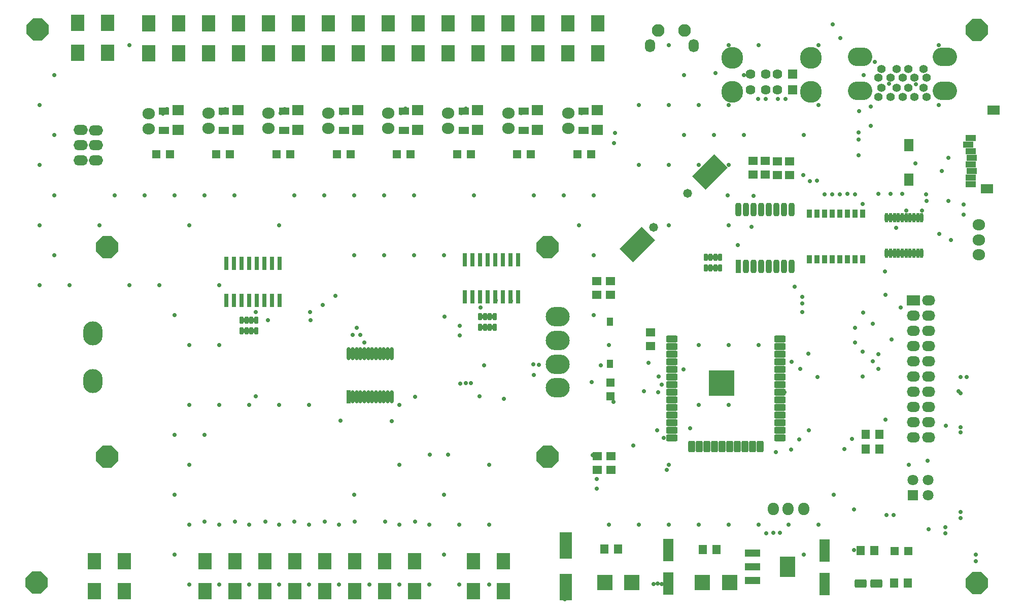
<source format=gts>
G04 Layer_Color=8388736*
%FSTAX24Y24*%
%MOIN*%
G70*
G01*
G75*
%ADD96R,0.0945X0.0315*%
%ADD97R,0.0671X0.0395*%
%ADD98R,0.0828X0.0631*%
%ADD99R,0.0631X0.0789*%
%ADD100R,0.0316X0.0867*%
%ADD101R,0.0630X0.0580*%
%ADD102R,0.0580X0.0580*%
%ADD103R,0.0580X0.0580*%
%ADD104R,0.0710X0.1458*%
%ADD105R,0.0580X0.0630*%
%ADD106R,0.0986X0.0986*%
G04:AMPARAMS|DCode=107|XSize=45.4mil|YSize=27.7mil|CornerRadius=6.5mil|HoleSize=0mil|Usage=FLASHONLY|Rotation=90.000|XOffset=0mil|YOffset=0mil|HoleType=Round|Shape=RoundedRectangle|*
%AMROUNDEDRECTD107*
21,1,0.0454,0.0148,0,0,90.0*
21,1,0.0325,0.0277,0,0,90.0*
1,1,0.0129,0.0074,0.0162*
1,1,0.0129,0.0074,-0.0162*
1,1,0.0129,-0.0074,-0.0162*
1,1,0.0129,-0.0074,0.0162*
%
%ADD107ROUNDEDRECTD107*%
%ADD108R,0.0680X0.0474*%
%ADD109R,0.0680X0.0474*%
%ADD110R,0.0730X0.0680*%
G04:AMPARAMS|DCode=111|XSize=126.1mil|YSize=204.9mil|CornerRadius=0mil|HoleSize=0mil|Usage=FLASHONLY|Rotation=315.000|XOffset=0mil|YOffset=0mil|HoleType=Round|Shape=Rectangle|*
%AMROTATEDRECTD111*
4,1,4,-0.1170,-0.0278,0.0278,0.1170,0.1170,0.0278,-0.0278,-0.1170,-0.1170,-0.0278,0.0*
%
%ADD111ROTATEDRECTD111*%

%ADD112R,0.0828X0.1734*%
G04:AMPARAMS|DCode=113|XSize=78.9mil|YSize=55.2mil|CornerRadius=9.9mil|HoleSize=0mil|Usage=FLASHONLY|Rotation=0.000|XOffset=0mil|YOffset=0mil|HoleType=Round|Shape=RoundedRectangle|*
%AMROUNDEDRECTD113*
21,1,0.0789,0.0354,0,0,0.0*
21,1,0.0591,0.0552,0,0,0.0*
1,1,0.0198,0.0295,-0.0177*
1,1,0.0198,-0.0295,-0.0177*
1,1,0.0198,-0.0295,0.0177*
1,1,0.0198,0.0295,0.0177*
%
%ADD113ROUNDEDRECTD113*%
%ADD114R,0.1660X0.1660*%
G04:AMPARAMS|DCode=115|XSize=75mil|YSize=44mil|CornerRadius=8mil|HoleSize=0mil|Usage=FLASHONLY|Rotation=0.000|XOffset=0mil|YOffset=0mil|HoleType=Round|Shape=RoundedRectangle|*
%AMROUNDEDRECTD115*
21,1,0.0750,0.0281,0,0,0.0*
21,1,0.0591,0.0440,0,0,0.0*
1,1,0.0159,0.0295,-0.0140*
1,1,0.0159,-0.0295,-0.0140*
1,1,0.0159,-0.0295,0.0140*
1,1,0.0159,0.0295,0.0140*
%
%ADD115ROUNDEDRECTD115*%
G04:AMPARAMS|DCode=116|XSize=75mil|YSize=44mil|CornerRadius=8mil|HoleSize=0mil|Usage=FLASHONLY|Rotation=90.000|XOffset=0mil|YOffset=0mil|HoleType=Round|Shape=RoundedRectangle|*
%AMROUNDEDRECTD116*
21,1,0.0750,0.0281,0,0,90.0*
21,1,0.0591,0.0440,0,0,90.0*
1,1,0.0159,0.0140,0.0295*
1,1,0.0159,0.0140,-0.0295*
1,1,0.0159,-0.0140,-0.0295*
1,1,0.0159,-0.0140,0.0295*
%
%ADD116ROUNDEDRECTD116*%
%ADD117R,0.1025X0.0474*%
%ADD118R,0.1025X0.1379*%
%ADD119R,0.0395X0.0552*%
G04:AMPARAMS|DCode=120|XSize=38mil|YSize=88mil|CornerRadius=11.5mil|HoleSize=0mil|Usage=FLASHONLY|Rotation=180.000|XOffset=0mil|YOffset=0mil|HoleType=Round|Shape=RoundedRectangle|*
%AMROUNDEDRECTD120*
21,1,0.0380,0.0650,0,0,180.0*
21,1,0.0150,0.0880,0,0,180.0*
1,1,0.0230,-0.0075,0.0325*
1,1,0.0230,0.0075,0.0325*
1,1,0.0230,0.0075,-0.0325*
1,1,0.0230,-0.0075,-0.0325*
%
%ADD120ROUNDEDRECTD120*%
%ADD121R,0.0380X0.0880*%
%ADD122R,0.0379X0.0580*%
%ADD123O,0.0257X0.0631*%
%ADD124O,0.0260X0.0850*%
%ADD125R,0.0260X0.0850*%
%ADD126P,0.1578X8X22.5*%
%ADD127O,0.0830X0.0730*%
%ADD128O,0.0730X0.0830*%
%ADD129C,0.0710*%
%ADD130R,0.0710X0.0710*%
%ADD131O,0.1280X0.1580*%
%ADD132O,0.1580X0.1280*%
%ADD133P,0.1578X8X22.5*%
%ADD134R,0.0867X0.1064*%
%ADD135O,0.0867X0.0671*%
%ADD136R,0.0867X0.0671*%
%ADD137O,0.0940X0.0680*%
%ADD138C,0.0830*%
%ADD139O,0.0671X0.0867*%
%ADD140C,0.0552*%
%ADD141O,0.1596X0.1222*%
%ADD142C,0.1438*%
%ADD143R,0.0639X0.0639*%
%ADD144C,0.0639*%
%ADD145C,0.0277*%
%ADD146C,0.0580*%
D96*
X20667Y166286D02*
D03*
Y166994D02*
D03*
X22233Y166506D02*
D03*
X22233Y167214D02*
D03*
X23715Y171124D02*
D03*
X23715Y170416D02*
D03*
D97*
X25407Y178944D02*
D03*
X253912Y178511D02*
D03*
X25407Y178078D02*
D03*
X254148Y177645D02*
D03*
X25407Y177212D02*
D03*
X254148Y176779D02*
D03*
X25407Y176345D02*
D03*
Y175912D02*
D03*
D98*
X255585Y180779D02*
D03*
X255133Y175601D02*
D03*
D99*
X250015Y178471D02*
D03*
Y176231D02*
D03*
D100*
X20517Y16829D02*
D03*
X20567D02*
D03*
X20617D02*
D03*
X20667D02*
D03*
X20717D02*
D03*
X20767D02*
D03*
X20817D02*
D03*
X20867D02*
D03*
X20517Y17073D02*
D03*
X20567D02*
D03*
X20617D02*
D03*
X20667D02*
D03*
X20717D02*
D03*
X20767D02*
D03*
X20817D02*
D03*
X20867D02*
D03*
X22086Y16851D02*
D03*
X22136D02*
D03*
X22186D02*
D03*
X22236D02*
D03*
X22286D02*
D03*
X22336D02*
D03*
X22386D02*
D03*
X22436D02*
D03*
X22086Y17095D02*
D03*
X22136D02*
D03*
X22186D02*
D03*
X22236D02*
D03*
X22286D02*
D03*
X22336D02*
D03*
X22386D02*
D03*
X22436D02*
D03*
D101*
X23044Y15805D02*
D03*
Y15715D02*
D03*
X23042Y16954D02*
D03*
Y16864D02*
D03*
X24138Y17653D02*
D03*
Y17743D02*
D03*
X24058Y17744D02*
D03*
Y17654D02*
D03*
X24217Y17653D02*
D03*
Y17743D02*
D03*
X23979Y17744D02*
D03*
Y17654D02*
D03*
X2295Y16956D02*
D03*
Y16866D02*
D03*
X23304Y16527D02*
D03*
Y16617D02*
D03*
X22955Y15715D02*
D03*
Y15805D02*
D03*
D102*
X2304Y16198D02*
D03*
Y16288D02*
D03*
D103*
X24907Y15183D02*
D03*
X24997Y15183D02*
D03*
X225189Y17789D02*
D03*
X224289D02*
D03*
X221237D02*
D03*
X220337D02*
D03*
X217286D02*
D03*
X216386D02*
D03*
X213334D02*
D03*
X212434D02*
D03*
X209383D02*
D03*
X208483D02*
D03*
X205431D02*
D03*
X204531D02*
D03*
X20148D02*
D03*
X20058D02*
D03*
X22914D02*
D03*
X22824D02*
D03*
D104*
X23421Y151882D02*
D03*
Y149678D02*
D03*
X24449Y151842D02*
D03*
Y149638D02*
D03*
D105*
X23737Y15191D02*
D03*
X23647D02*
D03*
X23003Y15194D02*
D03*
X23093D02*
D03*
X24685Y15184D02*
D03*
X24775Y15184D02*
D03*
X24807Y1585D02*
D03*
X24717D02*
D03*
X24807Y15948D02*
D03*
X24717D02*
D03*
X24906Y14971D02*
D03*
X24996D02*
D03*
D106*
X236464Y14974D02*
D03*
X238236D02*
D03*
X230044Y14974D02*
D03*
X231816D02*
D03*
D107*
X206198Y166286D02*
D03*
X206513D02*
D03*
X206827D02*
D03*
X207142D02*
D03*
Y166994D02*
D03*
X206827D02*
D03*
X206513D02*
D03*
X206198D02*
D03*
X221858Y166506D02*
D03*
X222173D02*
D03*
X222487D02*
D03*
X222802D02*
D03*
Y167214D02*
D03*
X222487D02*
D03*
X222173D02*
D03*
X221858D02*
D03*
X237622Y171124D02*
D03*
X237307Y171124D02*
D03*
X236993D02*
D03*
X236678D02*
D03*
Y170416D02*
D03*
X236993D02*
D03*
X237307D02*
D03*
X237622D02*
D03*
D108*
X224721Y18072D02*
D03*
X220783D02*
D03*
X216844D02*
D03*
X212906D02*
D03*
X208967D02*
D03*
X205029D02*
D03*
X20109D02*
D03*
X22866D02*
D03*
D109*
X224721Y17946D02*
D03*
X220783D02*
D03*
X216844D02*
D03*
X212906D02*
D03*
X208967D02*
D03*
X205029D02*
D03*
X20109D02*
D03*
X22866D02*
D03*
D110*
X225609Y17947D02*
D03*
Y18077D02*
D03*
X221677Y17947D02*
D03*
Y18077D02*
D03*
X217746Y17947D02*
D03*
Y18077D02*
D03*
X213814Y17947D02*
D03*
Y18077D02*
D03*
X209883Y17947D02*
D03*
Y18077D02*
D03*
X205951Y17947D02*
D03*
Y18077D02*
D03*
X20202Y17947D02*
D03*
Y18077D02*
D03*
X22954Y17947D02*
D03*
Y18077D02*
D03*
D111*
X236958Y176722D02*
D03*
X23217Y171934D02*
D03*
D112*
X22747Y149432D02*
D03*
X22747Y152188D02*
D03*
D113*
X247882Y14969D02*
D03*
X246858D02*
D03*
D114*
X237724Y16285D02*
D03*
D115*
X234457Y16576D02*
D03*
X234457Y16526D02*
D03*
Y16476D02*
D03*
Y16426D02*
D03*
Y16376D02*
D03*
X234457Y16326D02*
D03*
X234457Y16276D02*
D03*
Y16226D02*
D03*
X234457Y16176D02*
D03*
X234457Y16126D02*
D03*
Y16076D02*
D03*
Y16026D02*
D03*
Y15976D02*
D03*
X234457Y15926D02*
D03*
X24155D02*
D03*
Y15976D02*
D03*
Y16026D02*
D03*
Y16076D02*
D03*
X24155Y16126D02*
D03*
X24155Y16176D02*
D03*
Y16226D02*
D03*
Y16276D02*
D03*
Y16326D02*
D03*
X24155Y16376D02*
D03*
X24155Y16426D02*
D03*
Y16476D02*
D03*
Y16526D02*
D03*
Y16576D02*
D03*
D116*
X23575Y158669D02*
D03*
X23625D02*
D03*
X23675D02*
D03*
X23725D02*
D03*
X23775D02*
D03*
X23825D02*
D03*
X23875D02*
D03*
X23925D02*
D03*
X23975D02*
D03*
X24025D02*
D03*
D117*
X239758Y151696D02*
D03*
X239758Y15079D02*
D03*
Y149884D02*
D03*
D118*
X242042Y15079D02*
D03*
D119*
X23039Y164112D02*
D03*
Y166868D02*
D03*
D120*
X24232Y17425D02*
D03*
X24182D02*
D03*
X24132D02*
D03*
X24082D02*
D03*
X24032Y17425D02*
D03*
X23982Y17425D02*
D03*
X23932D02*
D03*
X23882D02*
D03*
X24232Y17053D02*
D03*
X24182D02*
D03*
X24132D02*
D03*
X24082D02*
D03*
X24032Y17053D02*
D03*
X23982Y17053D02*
D03*
X23932D02*
D03*
D121*
X23882D02*
D03*
D122*
X24499Y17398D02*
D03*
X24549D02*
D03*
X24599D02*
D03*
X24649D02*
D03*
X24699D02*
D03*
X24449D02*
D03*
X24349D02*
D03*
X24399D02*
D03*
X24499Y17098D02*
D03*
X24449D02*
D03*
X24349D02*
D03*
X24399D02*
D03*
X24549D02*
D03*
X24599D02*
D03*
X24649D02*
D03*
X24699D02*
D03*
D123*
X248558Y171389D02*
D03*
X248814D02*
D03*
X24907D02*
D03*
X249326D02*
D03*
X249582D02*
D03*
X249838D02*
D03*
X250094D02*
D03*
X25035D02*
D03*
X250606D02*
D03*
X250862D02*
D03*
X248558Y173711D02*
D03*
X248814D02*
D03*
X24907D02*
D03*
X249326D02*
D03*
X249582D02*
D03*
X249838D02*
D03*
X250094D02*
D03*
X25035D02*
D03*
X250606D02*
D03*
X250862D02*
D03*
D124*
X216037Y164797D02*
D03*
X215782Y164797D02*
D03*
X215526Y164797D02*
D03*
X21527Y164797D02*
D03*
X215014Y164797D02*
D03*
X214758D02*
D03*
X214502D02*
D03*
X214246D02*
D03*
X21399D02*
D03*
X213734D02*
D03*
X213478D02*
D03*
X213223D02*
D03*
X216037Y161963D02*
D03*
X215782D02*
D03*
X215526D02*
D03*
X21527D02*
D03*
X215014D02*
D03*
X214758D02*
D03*
X214502D02*
D03*
X214246D02*
D03*
X21399D02*
D03*
X213734D02*
D03*
X213478D02*
D03*
D125*
X213223D02*
D03*
D126*
X192797Y186075D02*
D03*
X192707Y149735D02*
D03*
X254482Y149705D02*
D03*
Y186055D02*
D03*
D127*
X25463Y17326D02*
D03*
Y17225D02*
D03*
Y17127D02*
D03*
X20007Y18056D02*
D03*
Y17955D02*
D03*
X204009Y18058D02*
D03*
Y17957D02*
D03*
X207947Y18058D02*
D03*
Y17957D02*
D03*
X211886Y18058D02*
D03*
Y17957D02*
D03*
X215824Y18058D02*
D03*
Y17957D02*
D03*
X219763Y18058D02*
D03*
Y17957D02*
D03*
X223701Y18058D02*
D03*
Y17957D02*
D03*
X22764Y18058D02*
D03*
Y17957D02*
D03*
D128*
X2431Y15458D02*
D03*
X24209D02*
D03*
X24111D02*
D03*
D129*
X25129Y15648D02*
D03*
Y15548D02*
D03*
X25029Y15648D02*
D03*
D130*
Y15548D02*
D03*
D131*
X196427Y166116D02*
D03*
Y162967D02*
D03*
D132*
X226939Y165652D02*
D03*
Y164093D02*
D03*
Y162534D02*
D03*
Y167219D02*
D03*
D133*
X197333Y171786D02*
D03*
X197333Y158006D02*
D03*
X22627D02*
D03*
Y171786D02*
D03*
D134*
X221406Y149178D02*
D03*
Y151147D02*
D03*
X223375D02*
D03*
Y149178D02*
D03*
X197384Y186512D02*
D03*
X197384Y184543D02*
D03*
X195415D02*
D03*
X195415Y186512D02*
D03*
X196526Y149178D02*
D03*
X196526Y151147D02*
D03*
X198495D02*
D03*
X198495Y149178D02*
D03*
X209909Y184523D02*
D03*
X209909Y186492D02*
D03*
X211877D02*
D03*
X211877Y184523D02*
D03*
X213846D02*
D03*
X213846Y186492D02*
D03*
X20794D02*
D03*
Y184523D02*
D03*
X225657Y184523D02*
D03*
X225657Y186492D02*
D03*
X227625D02*
D03*
X227625Y184523D02*
D03*
X229594D02*
D03*
X229594Y186492D02*
D03*
X223688D02*
D03*
X223688Y184523D02*
D03*
X215814D02*
D03*
X215814Y186492D02*
D03*
X22172D02*
D03*
Y184523D02*
D03*
X219751Y184523D02*
D03*
Y186492D02*
D03*
X217783Y186492D02*
D03*
Y184523D02*
D03*
X200066Y184523D02*
D03*
X200066Y186492D02*
D03*
X205972Y186492D02*
D03*
Y184523D02*
D03*
X204003Y184523D02*
D03*
Y186492D02*
D03*
X202035D02*
D03*
X202035Y184523D02*
D03*
X215587Y151147D02*
D03*
Y149178D02*
D03*
X213619Y149178D02*
D03*
Y151147D02*
D03*
X21165Y151147D02*
D03*
Y149178D02*
D03*
X217556D02*
D03*
X217556Y151147D02*
D03*
X209682D02*
D03*
X209682Y149178D02*
D03*
X203776D02*
D03*
X203776Y151147D02*
D03*
X205745D02*
D03*
X205745Y149178D02*
D03*
X207713D02*
D03*
X207713Y151147D02*
D03*
D135*
X2503Y15928D02*
D03*
Y16028D02*
D03*
Y16128D02*
D03*
Y16228D02*
D03*
Y16328D02*
D03*
Y16428D02*
D03*
Y16528D02*
D03*
Y16628D02*
D03*
Y16728D02*
D03*
X2513Y16828D02*
D03*
Y16728D02*
D03*
Y16628D02*
D03*
Y16528D02*
D03*
Y16428D02*
D03*
Y16328D02*
D03*
Y16228D02*
D03*
Y16128D02*
D03*
Y16028D02*
D03*
Y15928D02*
D03*
D136*
X2503Y16828D02*
D03*
D137*
X19662Y17747D02*
D03*
X19662Y17847D02*
D03*
X19662Y17946D02*
D03*
X19562Y17747D02*
D03*
Y17947D02*
D03*
X19562Y17847D02*
D03*
D138*
X23355Y18603D02*
D03*
X23528D02*
D03*
D139*
X233Y185D02*
D03*
X23587D02*
D03*
D140*
X250387Y181642D02*
D03*
X2496Y181642D02*
D03*
X248813Y181642D02*
D03*
X251175D02*
D03*
X248025D02*
D03*
X249206Y182233D02*
D03*
X249994D02*
D03*
X248222D02*
D03*
X250978D02*
D03*
X250387Y182902D02*
D03*
X2496D02*
D03*
X248813D02*
D03*
X251175D02*
D03*
X248025D02*
D03*
X249206Y183493D02*
D03*
X249994D02*
D03*
X248222D02*
D03*
X250978D02*
D03*
D141*
X252374Y18428D02*
D03*
X246826D02*
D03*
Y182044D02*
D03*
X252374D02*
D03*
D142*
X243587Y184209D02*
D03*
X238413D02*
D03*
Y181973D02*
D03*
X243587D02*
D03*
D143*
X242378Y183142D02*
D03*
X242378Y182111D02*
D03*
D144*
X239622Y183142D02*
D03*
X241394D02*
D03*
X240606D02*
D03*
X241394Y182111D02*
D03*
X240606D02*
D03*
X239622D02*
D03*
D145*
X251969Y185039D02*
D03*
Y181102D02*
D03*
X25Y15748D02*
D03*
X247047Y183071D02*
D03*
X244095Y185039D02*
D03*
Y181102D02*
D03*
X245079Y155512D02*
D03*
X244095Y153543D02*
D03*
X24311Y179134D02*
D03*
X242126Y153543D02*
D03*
X24311Y151575D02*
D03*
X240157Y185039D02*
D03*
Y165354D02*
D03*
Y153543D02*
D03*
X238189Y185039D02*
D03*
X239173Y183071D02*
D03*
X238189Y181102D02*
D03*
X239173Y179134D02*
D03*
X238189Y177165D02*
D03*
Y173228D02*
D03*
Y165354D02*
D03*
Y161417D02*
D03*
Y153543D02*
D03*
X23622Y181102D02*
D03*
X237205Y179134D02*
D03*
X23622Y177165D02*
D03*
Y165354D02*
D03*
Y161417D02*
D03*
Y153543D02*
D03*
X234252Y185039D02*
D03*
X235236Y183071D02*
D03*
X234252Y181102D02*
D03*
X235236Y179134D02*
D03*
X234252Y177165D02*
D03*
Y173228D02*
D03*
Y15748D02*
D03*
Y153543D02*
D03*
X232283Y181102D02*
D03*
Y177165D02*
D03*
Y153543D02*
D03*
X230315Y165354D02*
D03*
Y153543D02*
D03*
X229331Y175197D02*
D03*
X228346Y173228D02*
D03*
X229331Y17126D02*
D03*
Y167323D02*
D03*
X227362Y175197D02*
D03*
X225394D02*
D03*
Y163386D02*
D03*
X222441Y15748D02*
D03*
Y153543D02*
D03*
Y149606D02*
D03*
X221457Y175197D02*
D03*
X220472Y153543D02*
D03*
Y149606D02*
D03*
X219488Y17126D02*
D03*
Y155512D02*
D03*
X218504Y153543D02*
D03*
X219488Y151575D02*
D03*
X218504Y149606D02*
D03*
X21752Y175197D02*
D03*
Y17126D02*
D03*
X216535Y161417D02*
D03*
Y15748D02*
D03*
Y153543D02*
D03*
Y149606D02*
D03*
X215551Y175197D02*
D03*
Y17126D02*
D03*
X214567Y149606D02*
D03*
X213583Y175197D02*
D03*
Y17126D02*
D03*
Y155512D02*
D03*
X212598Y153543D02*
D03*
Y149606D02*
D03*
X211614Y175197D02*
D03*
X21063Y161417D02*
D03*
Y153543D02*
D03*
Y149606D02*
D03*
X209646Y175197D02*
D03*
X208661Y173228D02*
D03*
Y161417D02*
D03*
Y153543D02*
D03*
Y149606D02*
D03*
X206693Y161417D02*
D03*
Y153543D02*
D03*
Y149606D02*
D03*
X205709Y175197D02*
D03*
X204724Y169291D02*
D03*
Y165354D02*
D03*
Y161417D02*
D03*
Y153543D02*
D03*
Y149606D02*
D03*
X20374Y175197D02*
D03*
X202756Y173228D02*
D03*
Y165354D02*
D03*
Y161417D02*
D03*
X20374Y159449D02*
D03*
X202756Y15748D02*
D03*
Y153543D02*
D03*
Y149606D02*
D03*
X201772Y175197D02*
D03*
X200787Y169291D02*
D03*
X201772Y167323D02*
D03*
Y159449D02*
D03*
Y155512D02*
D03*
Y151575D02*
D03*
X198819Y185039D02*
D03*
X199803Y175197D02*
D03*
X198819Y169291D02*
D03*
X197835Y175197D02*
D03*
X19685Y173228D02*
D03*
X194882Y169291D02*
D03*
X193898Y183071D02*
D03*
X192913Y181102D02*
D03*
X193898Y179134D02*
D03*
X192913Y177165D02*
D03*
X193898Y175197D02*
D03*
X192913Y173228D02*
D03*
X193898Y17126D02*
D03*
X192913Y169291D02*
D03*
X25263Y17481D02*
D03*
X24882Y17527D02*
D03*
X25279Y17226D02*
D03*
X25218Y17678D02*
D03*
X25263Y17766D02*
D03*
X24753Y17975D02*
D03*
X2467Y1778D02*
D03*
Y17932D02*
D03*
X25044Y17729D02*
D03*
X24675Y1807D02*
D03*
X24672Y17884D02*
D03*
X25363Y17459D02*
D03*
Y17392D02*
D03*
X249838Y174188D02*
D03*
X25117Y17482D02*
D03*
X24846Y17019D02*
D03*
X24849Y16864D02*
D03*
X24803Y16377D02*
D03*
X24802Y16475D02*
D03*
X24848Y16046D02*
D03*
X24065Y15298D02*
D03*
X24155Y153D02*
D03*
X24643Y15189D02*
D03*
X24642Y15454D02*
D03*
X2411Y153D02*
D03*
X25202Y17264D02*
D03*
X25126Y15775D02*
D03*
X24629Y15918D02*
D03*
X24577Y15853D02*
D03*
X24062Y1815D02*
D03*
X24351Y1761D02*
D03*
X243078Y17653D02*
D03*
X217597Y161963D02*
D03*
X25341Y1596D02*
D03*
X25342Y15437D02*
D03*
X24901Y15419D02*
D03*
X22766Y15248D02*
D03*
X22741Y14865D02*
D03*
X25442Y15114D02*
D03*
X2534Y16324D02*
D03*
X25381D02*
D03*
X24855Y15419D02*
D03*
X25341Y16217D02*
D03*
X25243Y15299D02*
D03*
X25242Y15337D02*
D03*
X23065Y17861D02*
D03*
X2307Y17929D02*
D03*
X24448Y14946D02*
D03*
X23347Y15975D02*
D03*
X23392Y15926D02*
D03*
X23191Y15876D02*
D03*
X23063Y16163D02*
D03*
X22955Y15716D02*
D03*
X23411Y15714D02*
D03*
X22926Y1581D02*
D03*
X22919Y16291D02*
D03*
X25442Y15157D02*
D03*
X21975Y15815D02*
D03*
X2156Y15375D02*
D03*
X21758D02*
D03*
X21268Y16038D02*
D03*
X21855Y15814D02*
D03*
X21606Y16036D02*
D03*
X20376Y15375D02*
D03*
X20575D02*
D03*
X20775D02*
D03*
X20965D02*
D03*
X21166D02*
D03*
X21361D02*
D03*
X20713Y16197D02*
D03*
X24128Y15832D02*
D03*
X22765Y15276D02*
D03*
X23042Y16401D02*
D03*
X2295Y16866D02*
D03*
X23044Y15805D02*
D03*
X22182Y16197D02*
D03*
X2285Y18058D02*
D03*
X21071Y16697D02*
D03*
X207924Y166994D02*
D03*
X2425Y16918D02*
D03*
X23969Y17313D02*
D03*
X249196Y173044D02*
D03*
X25088Y17418D02*
D03*
X25115Y17525D02*
D03*
X24957Y17527D02*
D03*
X25341Y15994D02*
D03*
X25327Y16231D02*
D03*
X25246Y16004D02*
D03*
X25341Y15398D02*
D03*
X22742Y14904D02*
D03*
X25132Y15326D02*
D03*
X24684Y15189D02*
D03*
X24908D02*
D03*
X247772Y183942D02*
D03*
X23731Y18322D02*
D03*
X22455Y18058D02*
D03*
X22093Y18088D02*
D03*
X21694D02*
D03*
X20129Y18085D02*
D03*
X201Y18056D02*
D03*
X20513Y18084D02*
D03*
X20484Y18058D02*
D03*
X20902Y18085D02*
D03*
X20875Y18058D02*
D03*
X21301Y18083D02*
D03*
X21276Y18058D02*
D03*
X21665D02*
D03*
X22063D02*
D03*
X22475Y18078D02*
D03*
X22868Y18076D02*
D03*
X202035Y180765D02*
D03*
X205972Y180772D02*
D03*
X20993Y18077D02*
D03*
X21385Y18084D02*
D03*
X217783Y180863D02*
D03*
X22172Y18079D02*
D03*
X22566Y18084D02*
D03*
X22957Y18075D02*
D03*
Y184499D02*
D03*
X21234Y16858D02*
D03*
X2115Y16799D02*
D03*
X21069Y16751D02*
D03*
X22388Y16824D02*
D03*
X213478Y166002D02*
D03*
X22288Y16829D02*
D03*
X213734Y166466D02*
D03*
X22189Y1678D02*
D03*
X21399Y166D02*
D03*
X214246Y165504D02*
D03*
X20618Y16802D02*
D03*
X20517Y16859D02*
D03*
X23879Y1719D02*
D03*
X24699Y16327D02*
D03*
X24764Y16427D02*
D03*
X24697Y16491D02*
D03*
X24888Y16573D02*
D03*
X24764Y16676D02*
D03*
X24948Y16782D02*
D03*
X23356Y16226D02*
D03*
X23565Y15987D02*
D03*
X2381Y17519D02*
D03*
X23982Y17516D02*
D03*
X24346Y15976D02*
D03*
X24185Y16226D02*
D03*
X23522Y16375D02*
D03*
X24702Y16748D02*
D03*
X2482Y15851D02*
D03*
Y15949D02*
D03*
X2414Y18152D02*
D03*
X24011Y18153D02*
D03*
X24191D02*
D03*
X24399Y17616D02*
D03*
X24647Y17526D02*
D03*
X24753Y18102D02*
D03*
X24873Y1825D02*
D03*
X25048Y18249D02*
D03*
X24801Y17527D02*
D03*
X24699Y17462D02*
D03*
X24599Y17528D02*
D03*
X24549Y17526D02*
D03*
X24499Y17525D02*
D03*
X24448D02*
D03*
X244Y16326D02*
D03*
X24343Y16478D02*
D03*
X24282Y15915D02*
D03*
X24287Y16377D02*
D03*
X2423Y16426D02*
D03*
X24227Y15847D02*
D03*
X24647Y16649D02*
D03*
Y16551D02*
D03*
X20712Y16753D02*
D03*
X2234Y16181D02*
D03*
X245Y18643D02*
D03*
X24551Y1855D02*
D03*
X243Y16853D02*
D03*
X24301Y16808D02*
D03*
X243Y16751D02*
D03*
X23378Y16274D02*
D03*
X23262Y1623D02*
D03*
X23773D02*
D03*
Y16295D02*
D03*
X2221Y16403D02*
D03*
X23353Y149678D02*
D03*
X22951Y15656D02*
D03*
Y15591D02*
D03*
X23377Y14966D02*
D03*
X23325Y14965D02*
D03*
X22536Y164093D02*
D03*
X22572Y16406D02*
D03*
X22979Y16402D02*
D03*
X21953Y1672D02*
D03*
X22051Y1666D02*
D03*
X22124Y16286D02*
D03*
X22055Y16283D02*
D03*
X22092Y16284D02*
D03*
X22051Y16598D02*
D03*
X2329Y16417D02*
D03*
X23357Y16328D02*
D03*
D146*
X235482Y175302D02*
D03*
X233255Y173075D02*
D03*
M02*

</source>
